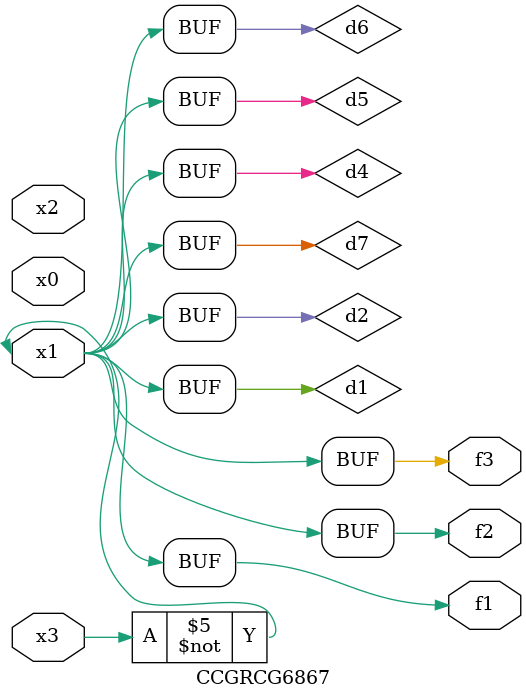
<source format=v>
module CCGRCG6867(
	input x0, x1, x2, x3,
	output f1, f2, f3
);

	wire d1, d2, d3, d4, d5, d6, d7;

	not (d1, x3);
	buf (d2, x1);
	xnor (d3, d1, d2);
	nor (d4, d1);
	buf (d5, d1, d2);
	buf (d6, d4, d5);
	nand (d7, d4);
	assign f1 = d6;
	assign f2 = d7;
	assign f3 = d6;
endmodule

</source>
